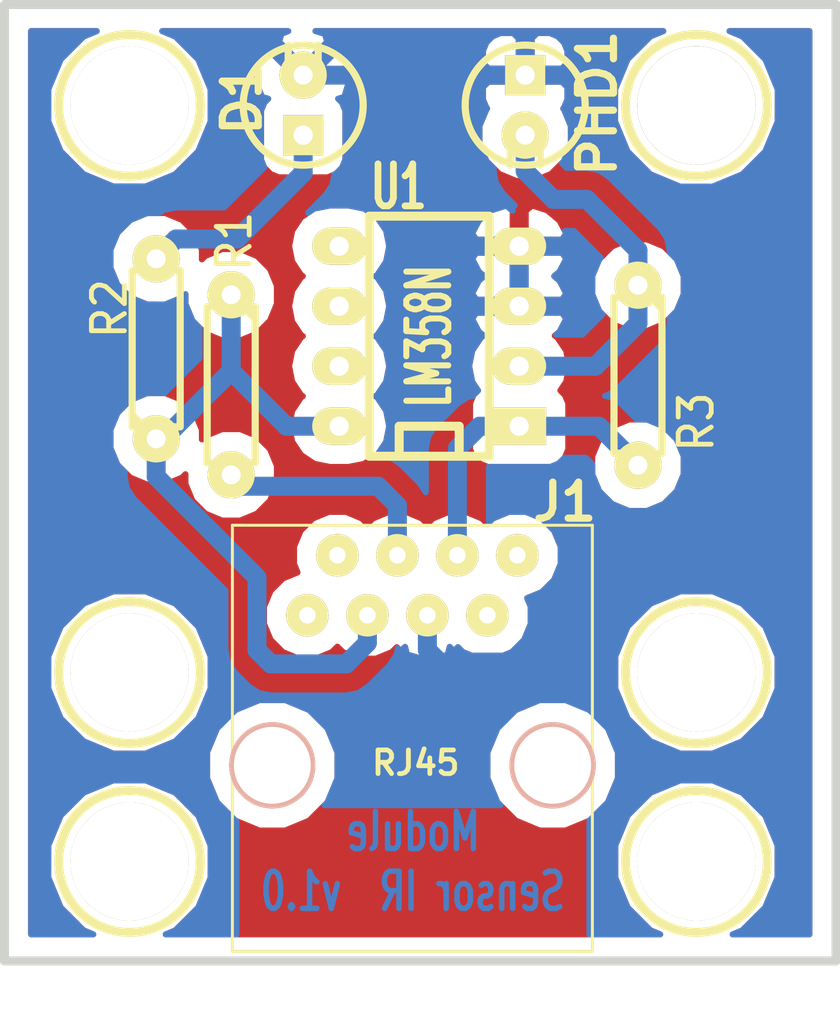
<source format=kicad_pcb>
(kicad_pcb (version 3) (host pcbnew "(2012-nov-02)-testing")

  (general
    (links 13)
    (no_connects 0)
    (area 115.917979 79.002467 151.500841 130.79222)
    (thickness 1.6002)
    (drawings 5)
    (tracks 52)
    (zones 0)
    (modules 13)
    (nets 7)
  )

  (page A4)
  (layers
    (15 Component signal)
    (0 Copper signal)
    (16 B.Adhes user)
    (17 F.Adhes user)
    (18 B.Paste user)
    (19 F.Paste user)
    (20 B.SilkS user)
    (21 F.SilkS user)
    (22 B.Mask user)
    (23 F.Mask user)
    (24 Dwgs.User user)
    (25 Cmts.User user)
    (26 Eco1.User user)
    (27 Eco2.User user)
    (28 Edge.Cuts user)
  )

  (setup
    (last_trace_width 0.80264)
    (trace_clearance 0.254)
    (zone_clearance 0.381)
    (zone_45_only no)
    (trace_min 0.254)
    (segment_width 0.381)
    (edge_width 0.381)
    (via_size 0.889)
    (via_drill 0.635)
    (via_min_size 0.889)
    (via_min_drill 0.508)
    (uvia_size 0.508)
    (uvia_drill 0.127)
    (uvias_allowed no)
    (uvia_min_size 0.508)
    (uvia_min_drill 0.127)
    (pcb_text_width 0.3048)
    (pcb_text_size 1.524 2.032)
    (mod_edge_width 0.381)
    (mod_text_size 1.524 1.524)
    (mod_text_width 0.3048)
    (pad_size 1.7 1.7)
    (pad_drill 0.812799)
    (pad_to_mask_clearance 0.2)
    (aux_axis_origin 0 0)
    (visible_elements 7FFFFFFF)
    (pcbplotparams
      (layerselection 3178497)
      (usegerberextensions true)
      (excludeedgelayer true)
      (linewidth 100000)
      (plotframeref false)
      (viasonmask false)
      (mode 1)
      (useauxorigin false)
      (hpglpennumber 1)
      (hpglpenspeed 20)
      (hpglpendiameter 15)
      (hpglpenoverlay 2)
      (psnegative false)
      (psa4output false)
      (plotreference true)
      (plotvalue true)
      (plotothertext true)
      (plotinvisibletext false)
      (padsonsilk false)
      (subtractmaskfromsilk false)
      (outputformat 1)
      (mirror false)
      (drillshape 1)
      (scaleselection 1)
      (outputdirectory ""))
  )

  (net 0 "")
  (net 1 AN)
  (net 2 GND)
  (net 3 LED)
  (net 4 PHD)
  (net 5 Vcc)
  (net 6 idAN)

  (net_class Default "This is the default net class."
    (clearance 0.254)
    (trace_width 0.80264)
    (via_dia 0.889)
    (via_drill 0.635)
    (uvia_dia 0.508)
    (uvia_drill 0.127)
    (add_net "")
    (add_net AN)
    (add_net GND)
    (add_net LED)
    (add_net PHD)
    (add_net Vcc)
    (add_net idAN)
  )

  (module LEDV   placed (layer Component) (tedit 51F84D98) (tstamp 4C40A0C4)
    (at 128.7526 91.2622 90)
    (descr "Led verticale diam 6mm")
    (tags "LED DEV")
    (path /51F06AA4)
    (fp_text reference D1 (at 0.254 -2.5908 90) (layer F.SilkS)
      (effects (font (size 1.524 1.524) (thickness 0.3048)))
    )
    (fp_text value "" (at -2.286 -3.302 90) (layer F.SilkS) hide
      (effects (font (size 1.524 1.524) (thickness 0.3048)))
    )
    (fp_circle (center 0 0) (end -2.54 0) (layer F.SilkS) (width 0.3048))
    (fp_line (start 2.54 -0.635) (end 1.905 -0.635) (layer F.SilkS) (width 0.3048))
    (fp_line (start 1.905 -0.635) (end 1.905 0.635) (layer F.SilkS) (width 0.3048))
    (fp_line (start 1.905 0.635) (end 2.54 0.635) (layer F.SilkS) (width 0.3048))
    (pad 1 thru_hole rect (at -1.27 0 90) (size 1.7 1.7) (drill 0.812799)
      (layers *.Cu *.Mask F.SilkS)
      (net 3 LED)
    )
    (pad 2 thru_hole circle (at 1.27 0 90) (size 2 2) (drill 0.8)
      (layers *.Cu *.Mask F.SilkS)
      (net 2 GND)
    )
    (model discret/led5_vertical.wrl
      (at (xyz 0 0 0))
      (scale (xyz 1 1 1))
      (rotate (xyz 0 0 0))
    )
  )

  (module R3   placed (layer Component) (tedit 51F84C26) (tstamp 4C40A04E)
    (at 142.9258 102.6922 270)
    (descr "Resitance 3 pas")
    (tags R)
    (path /51F068E8)
    (autoplace_cost180 10)
    (fp_text reference R3 (at 1.9812 -2.4638 270) (layer F.SilkS)
      (effects (font (size 1.397 1.27) (thickness 0.2032)))
    )
    (fp_text value 1M (at 0 0 270) (layer F.SilkS) hide
      (effects (font (size 1.397 1.27) (thickness 0.2032)))
    )
    (fp_line (start -3.81 0) (end -3.302 0) (layer F.SilkS) (width 0.3048))
    (fp_line (start 3.81 0) (end 3.302 0) (layer F.SilkS) (width 0.3048))
    (fp_line (start 3.302 0) (end 3.302 -1.016) (layer F.SilkS) (width 0.3048))
    (fp_line (start 3.302 -1.016) (end -3.302 -1.016) (layer F.SilkS) (width 0.3048))
    (fp_line (start -3.302 -1.016) (end -3.302 1.016) (layer F.SilkS) (width 0.3048))
    (fp_line (start -3.302 1.016) (end 3.302 1.016) (layer F.SilkS) (width 0.3048))
    (fp_line (start 3.302 1.016) (end 3.302 0) (layer F.SilkS) (width 0.3048))
    (fp_line (start -3.302 -0.508) (end -2.794 -1.016) (layer F.SilkS) (width 0.3048))
    (pad 1 thru_hole circle (at -3.81 0 270) (size 2 2) (drill 0.8)
      (layers *.Cu *.Mask F.SilkS)
      (net 4 PHD)
    )
    (pad 2 thru_hole circle (at 3.81 0 270) (size 2 2) (drill 0.8)
      (layers *.Cu *.Mask F.SilkS)
      (net 1 AN)
    )
    (model discret/resistor.wrl
      (at (xyz 0 0 0))
      (scale (xyz 0.3 0.3 0.3))
      (rotate (xyz 0 0 0))
    )
  )

  (module R3   placed (layer Component) (tedit 51F84C12) (tstamp 4C40A041)
    (at 122.5296 101.5746 90)
    (descr "Resitance 3 pas")
    (tags R)
    (path /51F06B8D)
    (autoplace_cost180 10)
    (fp_text reference R2 (at 1.7018 -1.9812 90) (layer F.SilkS)
      (effects (font (size 1.397 1.27) (thickness 0.2032)))
    )
    (fp_text value 390R (at 0 0 90) (layer F.SilkS) hide
      (effects (font (size 1.397 1.27) (thickness 0.2032)))
    )
    (fp_line (start -3.81 0) (end -3.302 0) (layer F.SilkS) (width 0.3048))
    (fp_line (start 3.81 0) (end 3.302 0) (layer F.SilkS) (width 0.3048))
    (fp_line (start 3.302 0) (end 3.302 -1.016) (layer F.SilkS) (width 0.3048))
    (fp_line (start 3.302 -1.016) (end -3.302 -1.016) (layer F.SilkS) (width 0.3048))
    (fp_line (start -3.302 -1.016) (end -3.302 1.016) (layer F.SilkS) (width 0.3048))
    (fp_line (start -3.302 1.016) (end 3.302 1.016) (layer F.SilkS) (width 0.3048))
    (fp_line (start 3.302 1.016) (end 3.302 0) (layer F.SilkS) (width 0.3048))
    (fp_line (start -3.302 -0.508) (end -2.794 -1.016) (layer F.SilkS) (width 0.3048))
    (pad 1 thru_hole circle (at -3.81 0 90) (size 2 2) (drill 0.8)
      (layers *.Cu *.Mask F.SilkS)
      (net 5 Vcc)
    )
    (pad 2 thru_hole circle (at 3.81 0 90) (size 2 2) (drill 0.8)
      (layers *.Cu *.Mask F.SilkS)
      (net 3 LED)
    )
    (model discret/resistor.wrl
      (at (xyz 0 0 0))
      (scale (xyz 0.3 0.3 0.3))
      (rotate (xyz 0 0 0))
    )
  )

  (module R3   placed (layer Component) (tedit 51F84C0E) (tstamp 4C40A09A)
    (at 125.7046 103.0986 270)
    (descr "Resitance 3 pas")
    (tags R)
    (path /51F070DD)
    (autoplace_cost180 10)
    (fp_text reference R1 (at -6.0706 -0.127 270) (layer F.SilkS)
      (effects (font (size 1.397 1.27) (thickness 0.2032)))
    )
    (fp_text value 4K7 (at 0 0 270) (layer F.SilkS) hide
      (effects (font (size 1.397 1.27) (thickness 0.2032)))
    )
    (fp_line (start -3.81 0) (end -3.302 0) (layer F.SilkS) (width 0.3048))
    (fp_line (start 3.81 0) (end 3.302 0) (layer F.SilkS) (width 0.3048))
    (fp_line (start 3.302 0) (end 3.302 -1.016) (layer F.SilkS) (width 0.3048))
    (fp_line (start 3.302 -1.016) (end -3.302 -1.016) (layer F.SilkS) (width 0.3048))
    (fp_line (start -3.302 -1.016) (end -3.302 1.016) (layer F.SilkS) (width 0.3048))
    (fp_line (start -3.302 1.016) (end 3.302 1.016) (layer F.SilkS) (width 0.3048))
    (fp_line (start 3.302 1.016) (end 3.302 0) (layer F.SilkS) (width 0.3048))
    (fp_line (start -3.302 -0.508) (end -2.794 -1.016) (layer F.SilkS) (width 0.3048))
    (pad 1 thru_hole circle (at -3.81 0 270) (size 2 2) (drill 0.8)
      (layers *.Cu *.Mask F.SilkS)
      (net 5 Vcc)
    )
    (pad 2 thru_hole circle (at 3.81 0 270) (size 2 2) (drill 0.8)
      (layers *.Cu *.Mask F.SilkS)
      (net 6 idAN)
    )
    (model discret/resistor.wrl
      (at (xyz 0 0 0))
      (scale (xyz 0.3 0.3 0.3))
      (rotate (xyz 0 0 0))
    )
  )

  (module RJ45_8 (layer Component) (tedit 51F84CD2) (tstamp 51F83CC9)
    (at 133.3754 119.2022)
    (tags RJ45)
    (path /51F06D93)
    (fp_text reference J1 (at 6.4516 -11.1506) (layer F.SilkS)
      (effects (font (size 1.524 1.524) (thickness 0.3048)))
    )
    (fp_text value RJ45 (at 0.14224 -0.1016) (layer F.SilkS)
      (effects (font (size 1.00076 1.00076) (thickness 0.2032)))
    )
    (fp_line (start -7.62 7.874) (end 7.62 7.874) (layer F.SilkS) (width 0.127))
    (fp_line (start 7.62 7.874) (end 7.62 -10.16) (layer F.SilkS) (width 0.127))
    (fp_line (start 7.62 -10.16) (end -7.62 -10.16) (layer F.SilkS) (width 0.127))
    (fp_line (start -7.62 -10.16) (end -7.62 7.874) (layer F.SilkS) (width 0.127))
    (pad Hole np_thru_hole circle (at 5.93852 0) (size 3.64998 3.64998) (drill 3.251199)
      (layers *.Cu *.SilkS *.Mask)
    )
    (pad Hole np_thru_hole circle (at -5.9309 0) (size 3.64998 3.64998) (drill 3.251199)
      (layers *.Cu *.SilkS *.Mask)
    )
    (pad 1 thru_hole circle (at -4.445 -6.35) (size 1.8 1.8) (drill 0.7)
      (layers *.Cu *.Mask F.SilkS)
    )
    (pad 2 thru_hole circle (at -3.175 -8.89) (size 1.8 1.8) (drill 0.7)
      (layers *.Cu *.Mask F.SilkS)
    )
    (pad 3 thru_hole circle (at -1.905 -6.35) (size 1.8 1.8) (drill 0.7)
      (layers *.Cu *.Mask F.SilkS)
      (net 5 Vcc)
    )
    (pad 4 thru_hole circle (at -0.635 -8.89) (size 1.8 1.8) (drill 0.7)
      (layers *.Cu *.Mask F.SilkS)
      (net 6 idAN)
    )
    (pad 5 thru_hole circle (at 0.635 -6.35) (size 1.8 1.8) (drill 0.7)
      (layers *.Cu *.Mask F.SilkS)
      (net 2 GND)
    )
    (pad 6 thru_hole circle (at 1.905 -8.89) (size 1.8 1.8) (drill 0.7)
      (layers *.Cu *.Mask F.SilkS)
      (net 1 AN)
    )
    (pad 7 thru_hole circle (at 3.175 -6.35) (size 1.8 1.8) (drill 0.7)
      (layers *.Cu *.Mask F.SilkS)
    )
    (pad 8 thru_hole circle (at 4.445 -8.89) (size 1.8 1.8) (drill 0.7)
      (layers *.Cu *.Mask F.SilkS)
    )
    (model connectors/RJ45_8.wrl
      (at (xyz 0 0 0))
      (scale (xyz 0.4 0.4 0.4))
      (rotate (xyz 0 0 0))
    )
  )

  (module DIP-8__300_ELL (layer Component) (tedit 51F844B0) (tstamp 4C409FFB)
    (at 134.0866 101.0412 90)
    (descr "8 pins DIL package, elliptical pads")
    (tags DIL)
    (path /51F068BE)
    (fp_text reference U1 (at 6.3246 -1.2954 180) (layer F.SilkS)
      (effects (font (size 1.778 1.143) (thickness 0.3048)))
    )
    (fp_text value LM358N (at 0 0 90) (layer F.SilkS)
      (effects (font (size 1.778 1.016) (thickness 0.3048)))
    )
    (fp_line (start -5.08 -1.27) (end -3.81 -1.27) (layer F.SilkS) (width 0.381))
    (fp_line (start -3.81 -1.27) (end -3.81 1.27) (layer F.SilkS) (width 0.381))
    (fp_line (start -3.81 1.27) (end -5.08 1.27) (layer F.SilkS) (width 0.381))
    (fp_line (start -5.08 -2.54) (end 5.08 -2.54) (layer F.SilkS) (width 0.381))
    (fp_line (start 5.08 -2.54) (end 5.08 2.54) (layer F.SilkS) (width 0.381))
    (fp_line (start 5.08 2.54) (end -5.08 2.54) (layer F.SilkS) (width 0.381))
    (fp_line (start -5.08 2.54) (end -5.08 -2.54) (layer F.SilkS) (width 0.381))
    (pad 1 thru_hole rect (at -3.81 3.81 90) (size 1.5748 2.286) (drill 0.812799)
      (layers *.Cu *.Mask F.SilkS)
      (net 1 AN)
    )
    (pad 2 thru_hole oval (at -1.27 3.81 90) (size 1.5748 2.286) (drill 0.812799)
      (layers *.Cu *.Mask F.SilkS)
      (net 4 PHD)
    )
    (pad 3 thru_hole oval (at 1.27 3.81 90) (size 1.5748 2.286) (drill 0.812799)
      (layers *.Cu *.Mask F.SilkS)
      (net 2 GND)
    )
    (pad 4 thru_hole oval (at 3.81 3.81 90) (size 1.5748 2.286) (drill 0.812799)
      (layers *.Cu *.Mask F.SilkS)
      (net 2 GND)
    )
    (pad 5 thru_hole oval (at 3.81 -3.81 90) (size 1.5748 2.286) (drill 0.812799)
      (layers *.Cu *.Mask F.SilkS)
    )
    (pad 6 thru_hole oval (at 1.27 -3.81 90) (size 1.5748 2.286) (drill 0.812799)
      (layers *.Cu *.Mask F.SilkS)
    )
    (pad 7 thru_hole oval (at -1.27 -3.81 90) (size 1.5748 2.286) (drill 0.812799)
      (layers *.Cu *.Mask F.SilkS)
    )
    (pad 8 thru_hole oval (at -3.81 -3.81 90) (size 1.5748 2.286) (drill 0.812799)
      (layers *.Cu *.Mask F.SilkS)
      (net 5 Vcc)
    )
    (model dil/dil_8.wrl
      (at (xyz 0 0 0))
      (scale (xyz 1 1 1))
      (rotate (xyz 0 0 0))
    )
  )

  (module Lego_Holder (layer Component) (tedit 51F848C3) (tstamp 4FAC3CCD)
    (at 121.3993 91.27236)
    (path Lego_Holder)
    (fp_text reference "" (at 0 0) (layer F.SilkS)
      (effects (font (size 0.52324 0.52324) (thickness 0.13081)))
    )
    (fp_text value "" (at 0 6.35) (layer F.SilkS)
      (effects (font (size 1.524 1.524) (thickness 0.3048)))
    )
    (fp_circle (center 0 0) (end 2.99974 0) (layer F.SilkS) (width 0.381))
    (pad "" thru_hole circle (at 0 0) (size 5.00126 5.00126) (drill 5.00126)
      (layers *.Cu *.Mask F.SilkS)
    )
  )

  (module Lego_Holder (layer Component) (tedit 51F8488C) (tstamp 4FAC3CC3)
    (at 145.39976 91.27236)
    (path Lego_Holder)
    (fp_text reference "" (at 0 0) (layer F.SilkS)
      (effects (font (size 0.52324 0.52324) (thickness 0.13081)))
    )
    (fp_text value "" (at 0 6.35) (layer F.SilkS)
      (effects (font (size 1.524 1.524) (thickness 0.3048)))
    )
    (fp_circle (center 0 0) (end 2.99974 0) (layer F.SilkS) (width 0.381))
    (pad "" thru_hole circle (at 0 0) (size 5.0126 5.0126) (drill 5.00126)
      (layers *.Cu *.Mask F.SilkS)
    )
  )

  (module Lego_Holder (layer Component) (tedit 51F848BD) (tstamp 4F9879A2)
    (at 121.3993 115.27282)
    (path Lego_Holder)
    (fp_text reference "" (at 0 0) (layer F.SilkS)
      (effects (font (size 0.52324 0.52324) (thickness 0.13081)))
    )
    (fp_text value "" (at 0 6.35) (layer F.SilkS)
      (effects (font (size 1.524 1.524) (thickness 0.3048)))
    )
    (fp_circle (center 0 0) (end 2.99974 0) (layer F.SilkS) (width 0.381))
    (pad "" thru_hole circle (at 0 0) (size 5.00126 5.00126) (drill 5.00126)
      (layers *.Cu *.Mask F.SilkS)
    )
  )

  (module Lego_Holder (layer Component) (tedit 51F848AC) (tstamp 4F98798C)
    (at 145.39976 115.27282)
    (path Lego_Holder)
    (fp_text reference "" (at 0 0) (layer F.SilkS)
      (effects (font (size 0.52324 0.52324) (thickness 0.13081)))
    )
    (fp_text value "" (at 0 6.35) (layer F.SilkS)
      (effects (font (size 1.524 1.524) (thickness 0.3048)))
    )
    (fp_circle (center 0 0) (end 2.99974 0) (layer F.SilkS) (width 0.381))
    (pad "" thru_hole circle (at 0 0) (size 5.00126 5.00126) (drill 5.00126)
      (layers *.Cu *.Mask F.SilkS)
    )
  )

  (module Lego_Holder (layer Component) (tedit 51F848B8) (tstamp 4F9874F9)
    (at 121.3993 123.27382)
    (path Lego_Holder)
    (fp_text reference "" (at 0 0) (layer F.SilkS)
      (effects (font (size 0.52324 0.52324) (thickness 0.13081)))
    )
    (fp_text value "" (at 0 6.35) (layer F.SilkS)
      (effects (font (size 1.524 1.524) (thickness 0.3048)))
    )
    (fp_circle (center 0 0) (end 2.99974 0) (layer F.SilkS) (width 0.381))
    (pad "" thru_hole circle (at 0 0) (size 5.00126 5.00126) (drill 5.00126)
      (layers *.Cu *.Mask F.SilkS)
    )
  )

  (module Lego_Holder (layer Component) (tedit 51F848A5) (tstamp 4F9874F3)
    (at 145.39976 123.27382)
    (path Lego_Holder)
    (fp_text reference "" (at 0 0) (layer F.SilkS)
      (effects (font (size 0.52324 0.52324) (thickness 0.13081)))
    )
    (fp_text value "" (at 0 6.35) (layer F.SilkS)
      (effects (font (size 1.524 1.524) (thickness 0.3048)))
    )
    (fp_circle (center 0 0) (end 2.99974 0) (layer F.SilkS) (width 0.381))
    (pad "" thru_hole circle (at 0 0) (size 5.00126 5.00126) (drill 5.00126)
      (layers *.Cu *.Mask F.SilkS)
    )
  )

  (module LEDV (layer Component) (tedit 51F84D72) (tstamp 4C40ABFA)
    (at 138.1506 91.2622 270)
    (descr "Led verticale diam 6mm")
    (tags "LED DEV")
    (path /51F069B4)
    (fp_text reference PHD1 (at -0.0762 -3.048 270) (layer F.SilkS)
      (effects (font (size 1.524 1.524) (thickness 0.3048)))
    )
    (fp_text value "" (at 0 -3.81 270) (layer F.SilkS) hide
      (effects (font (size 1.524 1.524) (thickness 0.3048)))
    )
    (fp_circle (center 0 0) (end -2.54 0) (layer F.SilkS) (width 0.3048))
    (fp_line (start 2.54 -0.635) (end 1.905 -0.635) (layer F.SilkS) (width 0.3048))
    (fp_line (start 1.905 -0.635) (end 1.905 0.635) (layer F.SilkS) (width 0.3048))
    (fp_line (start 1.905 0.635) (end 2.54 0.635) (layer F.SilkS) (width 0.3048))
    (pad 1 thru_hole rect (at -1.27 0 270) (size 1.7 1.7) (drill 0.812799)
      (layers *.Cu *.Mask F.SilkS)
      (net 2 GND)
    )
    (pad 2 thru_hole circle (at 1.27 0 270) (size 2 2) (drill 0.8)
      (layers *.Cu *.Mask F.SilkS)
      (net 4 PHD)
    )
    (model discret/led5_vertical.wrl
      (at (xyz 0 0 0))
      (scale (xyz 1 1 1))
      (rotate (xyz 0 0 0))
    )
  )

  (gr_line (start 116.10848 87.00262) (end 116.10848 127.4826) (angle 90) (layer Edge.Cuts) (width 0.381))
  (gr_line (start 151.31034 87.00262) (end 116.10848 87.00262) (angle 90) (layer Edge.Cuts) (width 0.381))
  (gr_line (start 151.31034 127.4826) (end 151.31034 87.00262) (angle 90) (layer Edge.Cuts) (width 0.381))
  (gr_line (start 116.10848 127.4826) (end 151.31034 127.4826) (angle 90) (layer Edge.Cuts) (width 0.381))
  (gr_text "Module\nSensor IR  v1.0" (at 133.39826 123.27382) (layer Copper)
    (effects (font (size 1.57226 1.07442) (thickness 0.23114)) (justify mirror))
  )

  (segment (start 135.2804 110.3122) (end 135.2804 105.791) (width 0.80264) (layer Copper) (net 1))
  (segment (start 136.2202 104.8512) (end 137.8966 104.8512) (width 0.80264) (layer Copper) (net 1) (tstamp 51F8424E))
  (segment (start 135.2804 105.791) (end 136.2202 104.8512) (width 0.80264) (layer Copper) (net 1) (tstamp 51F8424C))
  (segment (start 137.8966 104.8512) (end 141.2748 104.8512) (width 0.80264) (layer Copper) (net 1))
  (segment (start 141.2748 104.8512) (end 142.9258 106.5022) (width 0.80264) (layer Copper) (net 1) (tstamp 51F84206))
  (segment (start 134.0104 112.8522) (end 134.0104 114.3254) (width 0.80264) (layer Copper) (net 2))
  (segment (start 139.827 89.9922) (end 138.1506 89.9922) (width 0.80264) (layer Copper) (net 2) (tstamp 51F84462))
  (segment (start 140.9446 91.1098) (end 139.827 89.9922) (width 0.80264) (layer Copper) (net 2) (tstamp 51F84460))
  (segment (start 140.9446 92.5576) (end 140.9446 91.1098) (width 0.80264) (layer Copper) (net 2) (tstamp 51F8445F))
  (segment (start 145.7706 97.3836) (end 140.9446 92.5576) (width 0.80264) (layer Copper) (net 2) (tstamp 51F84459))
  (segment (start 145.7706 106.934) (end 145.7706 97.3836) (width 0.80264) (layer Copper) (net 2) (tstamp 51F84452))
  (segment (start 141.1732 111.5314) (end 145.7706 106.934) (width 0.80264) (layer Copper) (net 2) (tstamp 51F8444B))
  (segment (start 141.1732 113.6904) (end 141.1732 111.5314) (width 0.80264) (layer Copper) (net 2) (tstamp 51F84447))
  (segment (start 140.0302 114.8334) (end 141.1732 113.6904) (width 0.80264) (layer Copper) (net 2) (tstamp 51F8443C))
  (segment (start 134.5184 114.8334) (end 140.0302 114.8334) (width 0.80264) (layer Copper) (net 2) (tstamp 51F84436))
  (segment (start 134.0104 114.3254) (end 134.5184 114.8334) (width 0.80264) (layer Copper) (net 2) (tstamp 51F8442F))
  (segment (start 128.7526 89.9922) (end 133.1468 89.9922) (width 0.80264) (layer Copper) (net 2))
  (segment (start 133.1468 89.9922) (end 134.6454 91.4908) (width 0.80264) (layer Copper) (net 2) (tstamp 51F843EC))
  (segment (start 137.8966 97.2312) (end 135.8392 97.2312) (width 0.80264) (layer Copper) (net 2))
  (segment (start 135.8392 97.2312) (end 134.6454 96.0374) (width 0.80264) (layer Copper) (net 2) (tstamp 51F843DA))
  (segment (start 134.6454 96.0374) (end 134.6454 91.4908) (width 0.80264) (layer Copper) (net 2) (tstamp 51F843E0))
  (segment (start 136.144 89.9922) (end 138.1506 89.9922) (width 0.80264) (layer Copper) (net 2) (tstamp 51F843E7))
  (segment (start 134.6454 91.4908) (end 136.144 89.9922) (width 0.80264) (layer Copper) (net 2) (tstamp 51F843E5))
  (segment (start 137.8966 99.7712) (end 137.8966 97.2312) (width 0.80264) (layer Copper) (net 2))
  (segment (start 128.7526 92.5322) (end 128.7526 94.1324) (width 0.80264) (layer Copper) (net 3))
  (segment (start 123.3678 96.9264) (end 122.5296 97.7646) (width 0.80264) (layer Copper) (net 3) (tstamp 51F8433C))
  (segment (start 125.9586 96.9264) (end 123.3678 96.9264) (width 0.80264) (layer Copper) (net 3) (tstamp 51F8433A))
  (segment (start 128.7526 94.1324) (end 125.9586 96.9264) (width 0.80264) (layer Copper) (net 3) (tstamp 51F84336))
  (segment (start 138.1506 92.5322) (end 138.1506 94.0562) (width 0.80264) (layer Copper) (net 4))
  (segment (start 142.9258 97.409) (end 142.9258 98.8822) (width 0.80264) (layer Copper) (net 4) (tstamp 51F84406))
  (segment (start 140.7668 95.25) (end 142.9258 97.409) (width 0.80264) (layer Copper) (net 4) (tstamp 51F84403))
  (segment (start 139.3444 95.25) (end 140.7668 95.25) (width 0.80264) (layer Copper) (net 4) (tstamp 51F84401))
  (segment (start 138.1506 94.0562) (end 139.3444 95.25) (width 0.80264) (layer Copper) (net 4) (tstamp 51F843FB))
  (segment (start 137.8966 102.3112) (end 141.1224 102.3112) (width 0.80264) (layer Copper) (net 4))
  (segment (start 142.9258 100.5078) (end 142.9258 98.8822) (width 0.80264) (layer Copper) (net 4) (tstamp 51F84210))
  (segment (start 141.1224 102.3112) (end 142.9258 100.5078) (width 0.80264) (layer Copper) (net 4) (tstamp 51F8420B))
  (segment (start 122.5296 105.3846) (end 122.8344 105.3846) (width 0.80264) (layer Copper) (net 5))
  (segment (start 122.8344 105.3846) (end 125.7046 102.5144) (width 0.80264) (layer Copper) (net 5) (tstamp 51F844D4))
  (segment (start 130.2766 104.8512) (end 128.0414 104.8512) (width 0.80264) (layer Copper) (net 5))
  (segment (start 128.0414 104.8512) (end 125.7046 102.5144) (width 0.80264) (layer Copper) (net 5) (tstamp 51F8431E))
  (segment (start 125.7046 102.5144) (end 125.7046 99.2886) (width 0.80264) (layer Copper) (net 5) (tstamp 51F84322))
  (segment (start 122.5296 105.3846) (end 122.5296 106.9848) (width 0.80264) (layer Copper) (net 5))
  (segment (start 131.4704 114.0206) (end 131.4704 112.8522) (width 0.80264) (layer Copper) (net 5) (tstamp 51F8430C))
  (segment (start 130.5814 114.9096) (end 131.4704 114.0206) (width 0.80264) (layer Copper) (net 5) (tstamp 51F8430B))
  (segment (start 127.381 114.9096) (end 130.5814 114.9096) (width 0.80264) (layer Copper) (net 5) (tstamp 51F84309))
  (segment (start 126.7968 114.3254) (end 127.381 114.9096) (width 0.80264) (layer Copper) (net 5) (tstamp 51F84307))
  (segment (start 126.7968 111.252) (end 126.7968 114.3254) (width 0.80264) (layer Copper) (net 5) (tstamp 51F84300))
  (segment (start 122.5296 106.9848) (end 126.7968 111.252) (width 0.80264) (layer Copper) (net 5) (tstamp 51F842FB))
  (segment (start 132.7404 110.3122) (end 132.7404 108.204) (width 0.80264) (layer Copper) (net 6))
  (segment (start 126.1872 107.3912) (end 125.7046 106.9086) (width 0.80264) (layer Copper) (net 6) (tstamp 51F84265))
  (segment (start 131.9276 107.3912) (end 126.1872 107.3912) (width 0.80264) (layer Copper) (net 6) (tstamp 51F84263))
  (segment (start 132.7404 108.204) (end 131.9276 107.3912) (width 0.80264) (layer Copper) (net 6) (tstamp 51F84260))

  (zone (net 2) (net_name GND) (layer Copper) (tstamp 4FAC3FDC) (hatch edge 0.508)
    (connect_pads (clearance 0.80772))
    (min_thickness 0.254)
    (fill (arc_segments 16) (thermal_gap 0.80772) (thermal_bridge_width 0.80772))
    (polygon
      (pts
        (xy 150.89886 127.27432) (xy 150.89886 87.2744) (xy 116.39804 87.2744) (xy 116.39804 127.27432)
      )
    )
    (filled_polygon
      (pts
        (xy 134.416081 112.866342) (xy 134.024542 113.257881) (xy 134.0104 113.243739) (xy 133.996257 113.257881) (xy 133.604718 112.866342)
        (xy 133.618861 112.8522) (xy 133.604718 112.838057) (xy 133.996257 112.446518) (xy 134.0104 112.460661) (xy 134.024542 112.446518)
        (xy 134.416081 112.838057) (xy 134.401939 112.8522) (xy 134.416081 112.866342)
      )
    )
    (filled_polygon
      (pts
        (xy 150.18512 126.35738) (xy 146.932931 126.35738) (xy 147.343187 126.187866) (xy 148.310409 125.22233) (xy 148.834512 123.960151)
        (xy 148.835705 122.593485) (xy 148.835705 114.592485) (xy 148.313806 113.329393) (xy 147.34827 112.362171) (xy 146.086091 111.838068)
        (xy 144.860855 111.836998) (xy 144.860855 106.119049) (xy 144.566932 105.407701) (xy 144.023162 104.862981) (xy 143.312328 104.567817)
        (xy 142.880485 104.567439) (xy 142.219523 103.906477) (xy 141.786081 103.61686) (xy 141.530605 103.566042) (xy 141.63368 103.54554)
        (xy 141.633681 103.54554) (xy 142.067123 103.255923) (xy 143.870519 101.452525) (xy 143.870522 101.452523) (xy 143.870523 101.452523)
        (xy 144.160139 101.019081) (xy 144.16014 101.01908) (xy 144.24161 100.609501) (xy 144.26184 100.507801) (xy 144.261839 100.5078)
        (xy 144.26184 100.5078) (xy 144.26184 100.282212) (xy 144.565019 99.979562) (xy 144.860183 99.268728) (xy 144.860855 98.499049)
        (xy 144.566932 97.787701) (xy 144.26184 97.482075) (xy 144.26184 97.409) (xy 144.16014 96.89772) (xy 144.16014 96.897719)
        (xy 143.870523 96.464277) (xy 141.711523 94.305277) (xy 141.278081 94.01566) (xy 140.7668 93.91396) (xy 139.897806 93.91396)
        (xy 139.701536 93.71769) (xy 139.789819 93.629562) (xy 140.084983 92.918728) (xy 140.085655 92.149049) (xy 139.791732 91.437701)
        (xy 139.759305 91.405217) (xy 139.793479 91.370985) (xy 139.935482 91.027312) (xy 139.935482 88.957088) (xy 139.793479 88.613415)
        (xy 139.530767 88.350245) (xy 139.187343 88.207642) (xy 138.815488 88.207318) (xy 138.66114 88.20748) (xy 138.42746 88.44116)
        (xy 138.42746 89.71534) (xy 139.70164 89.71534) (xy 139.93532 89.48166) (xy 139.935482 88.957088) (xy 139.935482 91.027312)
        (xy 139.93532 90.50274) (xy 139.70164 90.26906) (xy 138.42746 90.26906) (xy 138.42746 90.28906) (xy 137.87374 90.28906)
        (xy 137.87374 90.26906) (xy 137.87374 89.71534) (xy 137.87374 88.44116) (xy 137.64006 88.20748) (xy 137.485712 88.207318)
        (xy 137.113857 88.207642) (xy 136.770433 88.350245) (xy 136.507721 88.613415) (xy 136.365718 88.957088) (xy 136.36588 89.48166)
        (xy 136.59956 89.71534) (xy 137.87374 89.71534) (xy 137.87374 90.26906) (xy 136.59956 90.26906) (xy 136.36588 90.50274)
        (xy 136.365718 91.027312) (xy 136.507721 91.370985) (xy 136.541474 91.404797) (xy 136.511381 91.434838) (xy 136.216217 92.145672)
        (xy 136.215545 92.915351) (xy 136.509468 93.626699) (xy 136.81456 93.932324) (xy 136.81456 94.0562) (xy 136.91626 94.567481)
        (xy 137.205877 95.000923) (xy 137.714033 95.50908) (xy 137.619738 95.50908) (xy 137.619738 95.736446) (xy 137.348384 95.51173)
        (xy 136.705033 95.716328) (xy 136.188951 96.151551) (xy 135.905518 96.691854) (xy 136.078536 96.95434) (xy 137.61974 96.95434)
        (xy 137.61974 96.93434) (xy 138.17346 96.93434) (xy 138.17346 96.95434) (xy 139.714664 96.95434) (xy 139.887682 96.691854)
        (xy 139.832173 96.58604) (xy 140.213394 96.58604) (xy 141.349441 97.722087) (xy 141.286581 97.784838) (xy 140.991417 98.495672)
        (xy 140.990745 99.265351) (xy 141.284668 99.976699) (xy 141.425938 100.118216) (xy 140.568994 100.97516) (xy 139.456842 100.97516)
        (xy 139.604249 100.850849) (xy 139.887682 100.310546) (xy 139.887682 99.231854) (xy 139.604249 98.691551) (xy 139.378533 98.5012)
        (xy 139.604249 98.310849) (xy 139.887682 97.770546) (xy 139.714664 97.50806) (xy 138.17346 97.50806) (xy 138.17346 98.276448)
        (xy 138.17346 98.725952) (xy 138.17346 99.49434) (xy 139.714664 99.49434) (xy 139.887682 99.231854) (xy 139.887682 100.310546)
        (xy 139.714664 100.04806) (xy 138.17346 100.04806) (xy 138.17346 100.06806) (xy 137.61974 100.06806) (xy 137.61974 100.04806)
        (xy 137.61974 99.49434) (xy 137.61974 98.725952) (xy 137.61974 98.276448) (xy 137.61974 97.50806) (xy 136.078536 97.50806)
        (xy 135.905518 97.770546) (xy 136.188951 98.310849) (xy 136.414666 98.5012) (xy 136.188951 98.691551) (xy 135.905518 99.231854)
        (xy 136.078536 99.49434) (xy 137.61974 99.49434) (xy 137.61974 100.04806) (xy 136.078536 100.04806) (xy 135.905518 100.310546)
        (xy 136.188951 100.850849) (xy 136.390859 101.021122) (xy 136.282573 101.093477) (xy 135.909265 101.652173) (xy 135.778176 102.3112)
        (xy 135.909265 102.970227) (xy 136.156049 103.339566) (xy 135.961645 103.533633) (xy 135.946727 103.569557) (xy 135.70892 103.61686)
        (xy 135.275477 103.906477) (xy 135.275476 103.906477) (xy 135.275476 103.906478) (xy 134.335677 104.846277) (xy 134.04606 105.279719)
        (xy 133.94436 105.791) (xy 133.94436 107.647253) (xy 133.685123 107.259277) (xy 133.685119 107.259274) (xy 132.872323 106.446477)
        (xy 132.438881 106.15686) (xy 131.9276 106.05516) (xy 131.899823 106.05516) (xy 132.263935 105.510227) (xy 132.395024 104.8512)
        (xy 132.263935 104.192173) (xy 131.890627 103.633477) (xy 131.812388 103.5812) (xy 131.890627 103.528923) (xy 132.263935 102.970227)
        (xy 132.395024 102.3112) (xy 132.263935 101.652173) (xy 131.890627 101.093477) (xy 131.812388 101.0412) (xy 131.890627 100.988923)
        (xy 132.263935 100.430227) (xy 132.395024 99.7712) (xy 132.263935 99.112173) (xy 131.890627 98.553477) (xy 131.812388 98.5012)
        (xy 131.890627 98.448923) (xy 132.263935 97.890227) (xy 132.395024 97.2312) (xy 132.263935 96.572173) (xy 131.890627 96.013477)
        (xy 131.331931 95.640169) (xy 130.672904 95.50908) (xy 129.880296 95.50908) (xy 129.221269 95.640169) (xy 128.959102 95.815342)
        (xy 129.697319 95.077125) (xy 129.697322 95.077123) (xy 129.697323 95.077123) (xy 129.986939 94.643681) (xy 129.98694 94.64368)
        (xy 130.075562 94.198144) (xy 130.131385 94.175079) (xy 130.394555 93.912367) (xy 130.537158 93.568943) (xy 130.537482 93.197088)
        (xy 130.537482 91.497088) (xy 130.395479 91.153415) (xy 130.23279 90.990442) (xy 130.495423 90.916217) (xy 130.716364 90.178931)
        (xy 130.638341 89.413217) (xy 130.495423 89.068183) (xy 130.162303 88.974036) (xy 129.144139 89.9922) (xy 129.158281 90.006342)
        (xy 128.766742 90.397881) (xy 128.7526 90.383739) (xy 128.738457 90.397881) (xy 128.346918 90.006342) (xy 128.361061 89.9922)
        (xy 127.342897 88.974036) (xy 127.009777 89.068183) (xy 126.788836 89.805469) (xy 126.866859 90.571183) (xy 127.009777 90.916217)
        (xy 127.272493 90.990466) (xy 127.110645 91.152033) (xy 126.968042 91.495457) (xy 126.967718 91.867312) (xy 126.967718 93.567312)
        (xy 127.102367 93.893187) (xy 125.405194 95.59036) (xy 123.3678 95.59036) (xy 123.367799 95.59036) (xy 123.266099 95.610589)
        (xy 122.85652 95.69206) (xy 122.650101 95.829984) (xy 122.6501 95.829984) (xy 122.146449 95.829545) (xy 121.435101 96.123468)
        (xy 120.890381 96.667238) (xy 120.595217 97.378072) (xy 120.594545 98.147751) (xy 120.888468 98.859099) (xy 121.432238 99.403819)
        (xy 122.143072 99.698983) (xy 122.912751 99.699655) (xy 123.624099 99.405732) (xy 123.769904 99.26018) (xy 123.769545 99.671751)
        (xy 124.063468 100.383099) (xy 124.36856 100.688724) (xy 124.36856 101.960994) (xy 122.879369 103.450184) (xy 122.146449 103.449545)
        (xy 121.435101 103.743468) (xy 120.890381 104.287238) (xy 120.595217 104.998072) (xy 120.594545 105.767751) (xy 120.888468 106.479099)
        (xy 121.19356 106.784724) (xy 121.19356 106.9848) (xy 121.29526 107.496081) (xy 121.584877 107.929523) (xy 125.46076 111.805406)
        (xy 125.46076 114.3254) (xy 125.56246 114.836681) (xy 125.852077 115.270123) (xy 126.436277 115.854323) (xy 126.869719 116.143939)
        (xy 126.86972 116.14394) (xy 127.381 116.24564) (xy 130.5814 116.24564) (xy 131.09268 116.14394) (xy 131.092681 116.14394)
        (xy 131.526123 115.854323) (xy 132.415122 114.965324) (xy 132.415122 114.965323) (xy 132.415123 114.965323) (xy 132.704739 114.531881)
        (xy 132.70474 114.53188) (xy 132.761703 114.245503) (xy 132.885171 114.368971) (xy 133.065323 114.188818) (xy 133.146946 114.511666)
        (xy 133.847722 114.715776) (xy 134.573265 114.636174) (xy 134.873854 114.511666) (xy 134.955476 114.188818) (xy 134.955477 114.188819)
        (xy 135.135629 114.368971) (xy 135.304012 114.200587) (xy 135.509758 114.406693) (xy 136.183851 114.686601) (xy 136.913747 114.687237)
        (xy 137.588327 114.408507) (xy 138.104893 113.892842) (xy 138.384801 113.218749) (xy 138.385437 112.488853) (xy 138.235456 112.125871)
        (xy 138.858327 111.868507) (xy 139.374893 111.352842) (xy 139.654801 110.678749) (xy 139.655437 109.948853) (xy 139.376707 109.274273)
        (xy 138.861042 108.757707) (xy 138.186949 108.477799) (xy 137.457053 108.477163) (xy 136.782473 108.755893) (xy 136.61644 108.921636)
        (xy 136.61644 106.573201) (xy 136.938712 106.573482) (xy 139.224712 106.573482) (xy 139.568385 106.431479) (xy 139.813049 106.18724)
        (xy 140.721394 106.18724) (xy 140.991119 106.456965) (xy 140.990745 106.885351) (xy 141.284668 107.596699) (xy 141.828438 108.141419)
        (xy 142.539272 108.436583) (xy 143.308951 108.437255) (xy 144.020299 108.143332) (xy 144.565019 107.599562) (xy 144.860183 106.888728)
        (xy 144.860855 106.119049) (xy 144.860855 111.836998) (xy 144.719425 111.836875) (xy 143.456333 112.358774) (xy 142.489111 113.32431)
        (xy 141.965008 114.586489) (xy 141.963815 115.953155) (xy 142.485714 117.216247) (xy 143.45125 118.183469) (xy 144.713429 118.707572)
        (xy 146.080095 118.708765) (xy 147.343187 118.186866) (xy 148.310409 117.22133) (xy 148.834512 115.959151) (xy 148.835705 114.592485)
        (xy 148.835705 122.593485) (xy 148.313806 121.330393) (xy 147.34827 120.363171) (xy 146.086091 119.839068) (xy 144.719425 119.837875)
        (xy 143.456333 120.359774) (xy 142.489111 121.32531) (xy 141.965008 122.587489) (xy 141.963815 123.954155) (xy 142.485714 125.217247)
        (xy 143.45125 126.184469) (xy 143.867665 126.35738) (xy 140.869489 126.35738) (xy 140.869489 121.545461) (xy 140.875127 121.543132)
        (xy 141.652123 120.767491) (xy 142.073149 119.753548) (xy 142.074107 118.655668) (xy 141.654852 117.640993) (xy 140.879211 116.863997)
        (xy 139.865268 116.442971) (xy 138.767388 116.442013) (xy 137.752713 116.861268) (xy 136.975717 117.636909) (xy 136.554691 118.650852)
        (xy 136.553733 119.748732) (xy 136.972988 120.763407) (xy 137.101165 120.891808) (xy 134.955477 120.891808) (xy 129.658168 120.891808)
        (xy 129.782703 120.767491) (xy 130.203729 119.753548) (xy 130.204687 118.655668) (xy 129.785432 117.640993) (xy 129.009791 116.863997)
        (xy 127.995848 116.442971) (xy 126.897968 116.442013) (xy 125.883293 116.861268) (xy 125.106297 117.636909) (xy 124.835245 118.289674)
        (xy 124.835245 114.592485) (xy 124.313346 113.329393) (xy 123.34781 112.362171) (xy 122.085631 111.838068) (xy 120.718965 111.836875)
        (xy 119.455873 112.358774) (xy 118.488651 113.32431) (xy 117.964548 114.586489) (xy 117.963355 115.953155) (xy 118.485254 117.216247)
        (xy 119.45079 118.183469) (xy 120.712969 118.707572) (xy 122.079635 118.708765) (xy 123.342727 118.186866) (xy 124.309949 117.22133)
        (xy 124.834052 115.959151) (xy 124.835245 114.592485) (xy 124.835245 118.289674) (xy 124.685271 118.650852) (xy 124.684313 119.748732)
        (xy 125.103568 120.763407) (xy 125.879209 121.540403) (xy 125.927031 121.56026) (xy 125.927031 126.35738) (xy 122.932471 126.35738)
        (xy 123.342727 126.187866) (xy 124.309949 125.22233) (xy 124.834052 123.960151) (xy 124.835245 122.593485) (xy 124.313346 121.330393)
        (xy 123.34781 120.363171) (xy 122.085631 119.839068) (xy 120.718965 119.837875) (xy 119.455873 120.359774) (xy 118.488651 121.32531)
        (xy 117.964548 122.587489) (xy 117.963355 123.954155) (xy 118.485254 125.217247) (xy 119.45079 126.184469) (xy 119.867205 126.35738)
        (xy 117.2337 126.35738) (xy 117.2337 88.12784) (xy 120.013662 88.12784) (xy 119.455873 88.358314) (xy 118.488651 89.32385)
        (xy 117.964548 90.586029) (xy 117.963355 91.952695) (xy 118.485254 93.215787) (xy 119.45079 94.183009) (xy 120.712969 94.707112)
        (xy 122.079635 94.708305) (xy 123.342727 94.186406) (xy 124.309949 93.22087) (xy 124.834052 91.958691) (xy 124.835245 90.592025)
        (xy 124.313346 89.328933) (xy 123.34781 88.361711) (xy 122.784586 88.12784) (xy 128.121998 88.12784) (xy 127.828583 88.249377)
        (xy 127.734436 88.582497) (xy 128.7526 89.600661) (xy 129.770764 88.582497) (xy 129.676617 88.249377) (xy 129.271044 88.12784)
        (xy 143.999277 88.12784) (xy 143.453126 88.353505) (xy 142.484307 89.320634) (xy 141.959339 90.584896) (xy 141.958145 91.953818)
        (xy 142.480905 93.218994) (xy 143.448034 94.187813) (xy 144.712296 94.712781) (xy 146.081218 94.713975) (xy 147.346394 94.191215)
        (xy 148.315213 93.224086) (xy 148.840181 91.959824) (xy 148.841375 90.590902) (xy 148.318615 89.325726) (xy 147.351486 88.356907)
        (xy 146.799831 88.12784) (xy 150.18512 88.12784) (xy 150.18512 126.35738)
      )
    )
  )
  (zone (net 2) (net_name GND) (layer Component) (tstamp 5183B121) (hatch edge 0.508)
    (connect_pads (clearance 0.80772))
    (min_thickness 0.254)
    (fill (arc_segments 16) (thermal_gap 0.80772) (thermal_bridge_width 0.80772))
    (polygon
      (pts
        (xy 151.0284 127.40132) (xy 151.0284 87.25154) (xy 116.32946 87.25154) (xy 116.32946 127.40132)
      )
    )
    (filled_polygon
      (pts
        (xy 134.416081 112.866342) (xy 134.024542 113.257881) (xy 134.0104 113.243739) (xy 133.996257 113.257881) (xy 133.604718 112.866342)
        (xy 133.618861 112.8522) (xy 133.604718 112.838057) (xy 133.996257 112.446518) (xy 134.0104 112.460661) (xy 134.024542 112.446518)
        (xy 134.416081 112.838057) (xy 134.401939 112.8522) (xy 134.416081 112.866342)
      )
    )
    (filled_polygon
      (pts
        (xy 150.18512 126.35738) (xy 146.932931 126.35738) (xy 147.343187 126.187866) (xy 148.310409 125.22233) (xy 148.834512 123.960151)
        (xy 148.835705 122.593485) (xy 148.835705 114.592485) (xy 148.313806 113.329393) (xy 147.34827 112.362171) (xy 146.086091 111.838068)
        (xy 144.860855 111.836998) (xy 144.860855 106.119049) (xy 144.860855 98.499049) (xy 144.566932 97.787701) (xy 144.023162 97.242981)
        (xy 143.312328 96.947817) (xy 142.542649 96.947145) (xy 141.831301 97.241068) (xy 141.286581 97.784838) (xy 140.991417 98.495672)
        (xy 140.990745 99.265351) (xy 141.284668 99.976699) (xy 141.828438 100.521419) (xy 142.539272 100.816583) (xy 143.308951 100.817255)
        (xy 144.020299 100.523332) (xy 144.565019 99.979562) (xy 144.860183 99.268728) (xy 144.860855 98.499049) (xy 144.860855 106.119049)
        (xy 144.566932 105.407701) (xy 144.023162 104.862981) (xy 143.312328 104.567817) (xy 142.542649 104.567145) (xy 141.831301 104.861068)
        (xy 141.286581 105.404838) (xy 140.991417 106.115672) (xy 140.990745 106.885351) (xy 141.284668 107.596699) (xy 141.828438 108.141419)
        (xy 142.539272 108.436583) (xy 143.308951 108.437255) (xy 144.020299 108.143332) (xy 144.565019 107.599562) (xy 144.860183 106.888728)
        (xy 144.860855 106.119049) (xy 144.860855 111.836998) (xy 144.719425 111.836875) (xy 143.456333 112.358774) (xy 142.489111 113.32431)
        (xy 141.965008 114.586489) (xy 141.963815 115.953155) (xy 142.485714 117.216247) (xy 143.45125 118.183469) (xy 144.713429 118.707572)
        (xy 146.080095 118.708765) (xy 147.343187 118.186866) (xy 148.310409 117.22133) (xy 148.834512 115.959151) (xy 148.835705 114.592485)
        (xy 148.835705 122.593485) (xy 148.313806 121.330393) (xy 147.34827 120.363171) (xy 146.086091 119.839068) (xy 144.719425 119.837875)
        (xy 143.456333 120.359774) (xy 142.489111 121.32531) (xy 142.074107 122.324749) (xy 142.074107 118.655668) (xy 141.654852 117.640993)
        (xy 140.879211 116.863997) (xy 140.085655 116.534483) (xy 140.085655 92.149049) (xy 139.791732 91.437701) (xy 139.759305 91.405217)
        (xy 139.793479 91.370985) (xy 139.935482 91.027312) (xy 139.935482 88.957088) (xy 139.793479 88.613415) (xy 139.530767 88.350245)
        (xy 139.187343 88.207642) (xy 138.815488 88.207318) (xy 138.66114 88.20748) (xy 138.42746 88.44116) (xy 138.42746 89.71534)
        (xy 139.70164 89.71534) (xy 139.93532 89.48166) (xy 139.935482 88.957088) (xy 139.935482 91.027312) (xy 139.93532 90.50274)
        (xy 139.70164 90.26906) (xy 138.42746 90.26906) (xy 138.42746 90.28906) (xy 137.87374 90.28906) (xy 137.87374 90.26906)
        (xy 137.87374 89.71534) (xy 137.87374 88.44116) (xy 137.64006 88.20748) (xy 137.485712 88.207318) (xy 137.113857 88.207642)
        (xy 136.770433 88.350245) (xy 136.507721 88.613415) (xy 136.365718 88.957088) (xy 136.36588 89.48166) (xy 136.59956 89.71534)
        (xy 137.87374 89.71534) (xy 137.87374 90.26906) (xy 136.59956 90.26906) (xy 136.36588 90.50274) (xy 136.365718 91.027312)
        (xy 136.507721 91.370985) (xy 136.541474 91.404797) (xy 136.511381 91.434838) (xy 136.216217 92.145672) (xy 136.215545 92.915351)
        (xy 136.509468 93.626699) (xy 137.053238 94.171419) (xy 137.764072 94.466583) (xy 138.533751 94.467255) (xy 139.245099 94.173332)
        (xy 139.789819 93.629562) (xy 140.084983 92.918728) (xy 140.085655 92.149049) (xy 140.085655 116.534483) (xy 140.015024 116.505155)
        (xy 140.015024 102.3112) (xy 139.883935 101.652173) (xy 139.510627 101.093477) (xy 139.40234 101.021122) (xy 139.604249 100.850849)
        (xy 139.887682 100.310546) (xy 139.887682 99.231854) (xy 139.604249 98.691551) (xy 139.378533 98.5012) (xy 139.604249 98.310849)
        (xy 139.887682 97.770546) (xy 139.887682 96.691854) (xy 139.604249 96.151551) (xy 139.088167 95.716328) (xy 138.444816 95.51173)
        (xy 138.17346 95.736448) (xy 138.17346 96.95434) (xy 139.714664 96.95434) (xy 139.887682 96.691854) (xy 139.887682 97.770546)
        (xy 139.714664 97.50806) (xy 138.17346 97.50806) (xy 138.17346 98.276448) (xy 138.17346 98.725952) (xy 138.17346 99.49434)
        (xy 139.714664 99.49434) (xy 139.887682 99.231854) (xy 139.887682 100.310546) (xy 139.714664 100.04806) (xy 138.17346 100.04806)
        (xy 138.17346 100.06806) (xy 137.61974 100.06806) (xy 137.61974 100.04806) (xy 137.61974 99.49434) (xy 137.61974 98.725952)
        (xy 137.61974 98.276448) (xy 137.61974 97.50806) (xy 137.61974 96.95434) (xy 137.61974 95.736448) (xy 137.348384 95.51173)
        (xy 136.705033 95.716328) (xy 136.188951 96.151551) (xy 135.905518 96.691854) (xy 136.078536 96.95434) (xy 137.61974 96.95434)
        (xy 137.61974 97.50806) (xy 136.078536 97.50806) (xy 135.905518 97.770546) (xy 136.188951 98.310849) (xy 136.414666 98.5012)
        (xy 136.188951 98.691551) (xy 135.905518 99.231854) (xy 136.078536 99.49434) (xy 137.61974 99.49434) (xy 137.61974 100.04806)
        (xy 136.078536 100.04806) (xy 135.905518 100.310546) (xy 136.188951 100.850849) (xy 136.390859 101.021122) (xy 136.282573 101.093477)
        (xy 135.909265 101.652173) (xy 135.778176 102.3112) (xy 135.909265 102.970227) (xy 136.156049 103.339566) (xy 135.961645 103.533633)
        (xy 135.819042 103.877057) (xy 135.818718 104.248912) (xy 135.818718 105.823712) (xy 135.960721 106.167385) (xy 136.223433 106.430555)
        (xy 136.566857 106.573158) (xy 136.938712 106.573482) (xy 139.224712 106.573482) (xy 139.568385 106.431479) (xy 139.831555 106.168767)
        (xy 139.974158 105.825343) (xy 139.974482 105.453488) (xy 139.974482 103.878688) (xy 139.832479 103.535015) (xy 139.637238 103.339434)
        (xy 139.883935 102.970227) (xy 140.015024 102.3112) (xy 140.015024 116.505155) (xy 139.865268 116.442971) (xy 139.655437 116.442787)
        (xy 139.655437 109.948853) (xy 139.376707 109.274273) (xy 138.861042 108.757707) (xy 138.186949 108.477799) (xy 137.457053 108.477163)
        (xy 136.782473 108.755893) (xy 136.550447 108.987513) (xy 136.321042 108.757707) (xy 135.646949 108.477799) (xy 134.917053 108.477163)
        (xy 134.242473 108.755893) (xy 134.010447 108.987513) (xy 133.781042 108.757707) (xy 133.106949 108.477799) (xy 132.395024 108.477178)
        (xy 132.395024 104.8512) (xy 132.263935 104.192173) (xy 131.890627 103.633477) (xy 131.812388 103.5812) (xy 131.890627 103.528923)
        (xy 132.263935 102.970227) (xy 132.395024 102.3112) (xy 132.263935 101.652173) (xy 131.890627 101.093477) (xy 131.812388 101.0412)
        (xy 131.890627 100.988923) (xy 132.263935 100.430227) (xy 132.395024 99.7712) (xy 132.263935 99.112173) (xy 131.890627 98.553477)
        (xy 131.812388 98.5012) (xy 131.890627 98.448923) (xy 132.263935 97.890227) (xy 132.395024 97.2312) (xy 132.263935 96.572173)
        (xy 131.890627 96.013477) (xy 131.331931 95.640169) (xy 130.716364 95.517724) (xy 130.716364 90.178931) (xy 130.638341 89.413217)
        (xy 130.495423 89.068183) (xy 130.162303 88.974036) (xy 129.144139 89.9922) (xy 129.158281 90.006342) (xy 128.766742 90.397881)
        (xy 128.7526 90.383739) (xy 128.738457 90.397881) (xy 128.346918 90.006342) (xy 128.361061 89.9922) (xy 127.342897 88.974036)
        (xy 127.009777 89.068183) (xy 126.788836 89.805469) (xy 126.866859 90.571183) (xy 127.009777 90.916217) (xy 127.272493 90.990466)
        (xy 127.110645 91.152033) (xy 126.968042 91.495457) (xy 126.967718 91.867312) (xy 126.967718 93.567312) (xy 127.109721 93.910985)
        (xy 127.372433 94.174155) (xy 127.715857 94.316758) (xy 128.087712 94.317082) (xy 129.787712 94.317082) (xy 130.131385 94.175079)
        (xy 130.394555 93.912367) (xy 130.537158 93.568943) (xy 130.537482 93.197088) (xy 130.537482 91.497088) (xy 130.395479 91.153415)
        (xy 130.23279 90.990442) (xy 130.495423 90.916217) (xy 130.716364 90.178931) (xy 130.716364 95.517724) (xy 130.672904 95.50908)
        (xy 129.880296 95.50908) (xy 129.221269 95.640169) (xy 128.662573 96.013477) (xy 128.289265 96.572173) (xy 128.158176 97.2312)
        (xy 128.289265 97.890227) (xy 128.662573 98.448923) (xy 128.740811 98.5012) (xy 128.662573 98.553477) (xy 128.289265 99.112173)
        (xy 128.158176 99.7712) (xy 128.289265 100.430227) (xy 128.662573 100.988923) (xy 128.740811 101.0412) (xy 128.662573 101.093477)
        (xy 128.289265 101.652173) (xy 128.158176 102.3112) (xy 128.289265 102.970227) (xy 128.662573 103.528923) (xy 128.740811 103.5812)
        (xy 128.662573 103.633477) (xy 128.289265 104.192173) (xy 128.158176 104.8512) (xy 128.289265 105.510227) (xy 128.662573 106.068923)
        (xy 129.221269 106.442231) (xy 129.880296 106.57332) (xy 130.672904 106.57332) (xy 131.331931 106.442231) (xy 131.890627 106.068923)
        (xy 132.263935 105.510227) (xy 132.395024 104.8512) (xy 132.395024 108.477178) (xy 132.377053 108.477163) (xy 131.702473 108.755893)
        (xy 131.470447 108.987513) (xy 131.241042 108.757707) (xy 130.566949 108.477799) (xy 129.837053 108.477163) (xy 129.162473 108.755893)
        (xy 128.645907 109.271558) (xy 128.365999 109.945651) (xy 128.365363 110.675547) (xy 128.515343 111.038528) (xy 127.892473 111.295893)
        (xy 127.639655 111.54827) (xy 127.639655 106.525449) (xy 127.639655 98.905449) (xy 127.345732 98.194101) (xy 126.801962 97.649381)
        (xy 126.091128 97.354217) (xy 125.321449 97.353545) (xy 124.610101 97.647468) (xy 124.464295 97.793019) (xy 124.464655 97.381449)
        (xy 124.170732 96.670101) (xy 123.626962 96.125381) (xy 122.916128 95.830217) (xy 122.146449 95.829545) (xy 121.435101 96.123468)
        (xy 120.890381 96.667238) (xy 120.595217 97.378072) (xy 120.594545 98.147751) (xy 120.888468 98.859099) (xy 121.432238 99.403819)
        (xy 122.143072 99.698983) (xy 122.912751 99.699655) (xy 123.624099 99.405732) (xy 123.769904 99.26018) (xy 123.769545 99.671751)
        (xy 124.063468 100.383099) (xy 124.607238 100.927819) (xy 125.318072 101.222983) (xy 126.087751 101.223655) (xy 126.799099 100.929732)
        (xy 127.343819 100.385962) (xy 127.638983 99.675128) (xy 127.639655 98.905449) (xy 127.639655 106.525449) (xy 127.345732 105.814101)
        (xy 126.801962 105.269381) (xy 126.091128 104.974217) (xy 125.321449 104.973545) (xy 124.610101 105.267468) (xy 124.464295 105.413019)
        (xy 124.464655 105.001449) (xy 124.170732 104.290101) (xy 123.626962 103.745381) (xy 122.916128 103.450217) (xy 122.146449 103.449545)
        (xy 121.435101 103.743468) (xy 120.890381 104.287238) (xy 120.595217 104.998072) (xy 120.594545 105.767751) (xy 120.888468 106.479099)
        (xy 121.432238 107.023819) (xy 122.143072 107.318983) (xy 122.912751 107.319655) (xy 123.624099 107.025732) (xy 123.769904 106.88018)
        (xy 123.769545 107.291751) (xy 124.063468 108.003099) (xy 124.607238 108.547819) (xy 125.318072 108.842983) (xy 126.087751 108.843655)
        (xy 126.799099 108.549732) (xy 127.343819 108.005962) (xy 127.638983 107.295128) (xy 127.639655 106.525449) (xy 127.639655 111.54827)
        (xy 127.375907 111.811558) (xy 127.095999 112.485651) (xy 127.095363 113.215547) (xy 127.374093 113.890127) (xy 127.889758 114.406693)
        (xy 128.563851 114.686601) (xy 129.293747 114.687237) (xy 129.968327 114.408507) (xy 130.200352 114.176886) (xy 130.429758 114.406693)
        (xy 131.103851 114.686601) (xy 131.833747 114.687237) (xy 132.508327 114.408507) (xy 132.716698 114.200498) (xy 132.885171 114.368971)
        (xy 133.065323 114.188818) (xy 133.146946 114.511666) (xy 133.847722 114.715776) (xy 134.573265 114.636174) (xy 134.873854 114.511666)
        (xy 134.955476 114.188818) (xy 134.955477 114.188819) (xy 135.135629 114.368971) (xy 135.304012 114.200587) (xy 135.509758 114.406693)
        (xy 136.183851 114.686601) (xy 136.913747 114.687237) (xy 137.588327 114.408507) (xy 138.104893 113.892842) (xy 138.384801 113.218749)
        (xy 138.385437 112.488853) (xy 138.235456 112.125871) (xy 138.858327 111.868507) (xy 139.374893 111.352842) (xy 139.654801 110.678749)
        (xy 139.655437 109.948853) (xy 139.655437 116.442787) (xy 138.767388 116.442013) (xy 137.752713 116.861268) (xy 136.975717 117.636909)
        (xy 136.554691 118.650852) (xy 136.553733 119.748732) (xy 136.972988 120.763407) (xy 137.748629 121.540403) (xy 138.762572 121.961429)
        (xy 139.860452 121.962387) (xy 140.875127 121.543132) (xy 141.652123 120.767491) (xy 142.073149 119.753548) (xy 142.074107 118.655668)
        (xy 142.074107 122.324749) (xy 141.965008 122.587489) (xy 141.963815 123.954155) (xy 142.485714 125.217247) (xy 143.45125 126.184469)
        (xy 143.867665 126.35738) (xy 134.955477 126.35738) (xy 130.204687 126.35738) (xy 130.204687 118.655668) (xy 129.785432 117.640993)
        (xy 129.009791 116.863997) (xy 127.995848 116.442971) (xy 126.897968 116.442013) (xy 125.883293 116.861268) (xy 125.106297 117.636909)
        (xy 124.835245 118.289674) (xy 124.835245 114.592485) (xy 124.313346 113.329393) (xy 123.34781 112.362171) (xy 122.085631 111.838068)
        (xy 120.718965 111.836875) (xy 119.455873 112.358774) (xy 118.488651 113.32431) (xy 117.964548 114.586489) (xy 117.963355 115.953155)
        (xy 118.485254 117.216247) (xy 119.45079 118.183469) (xy 120.712969 118.707572) (xy 122.079635 118.708765) (xy 123.342727 118.186866)
        (xy 124.309949 117.22133) (xy 124.834052 115.959151) (xy 124.835245 114.592485) (xy 124.835245 118.289674) (xy 124.685271 118.650852)
        (xy 124.684313 119.748732) (xy 125.103568 120.763407) (xy 125.879209 121.540403) (xy 126.893152 121.961429) (xy 127.991032 121.962387)
        (xy 129.005707 121.543132) (xy 129.782703 120.767491) (xy 130.203729 119.753548) (xy 130.204687 118.655668) (xy 130.204687 126.35738)
        (xy 122.932471 126.35738) (xy 123.342727 126.187866) (xy 124.309949 125.22233) (xy 124.834052 123.960151) (xy 124.835245 122.593485)
        (xy 124.313346 121.330393) (xy 123.34781 120.363171) (xy 122.085631 119.839068) (xy 120.718965 119.837875) (xy 119.455873 120.359774)
        (xy 118.488651 121.32531) (xy 117.964548 122.587489) (xy 117.963355 123.954155) (xy 118.485254 125.217247) (xy 119.45079 126.184469)
        (xy 119.867205 126.35738) (xy 117.2337 126.35738) (xy 117.2337 88.12784) (xy 120.013662 88.12784) (xy 119.455873 88.358314)
        (xy 118.488651 89.32385) (xy 117.964548 90.586029) (xy 117.963355 91.952695) (xy 118.485254 93.215787) (xy 119.45079 94.183009)
        (xy 120.712969 94.707112) (xy 122.079635 94.708305) (xy 123.342727 94.186406) (xy 124.309949 93.22087) (xy 124.834052 91.958691)
        (xy 124.835245 90.592025) (xy 124.313346 89.328933) (xy 123.34781 88.361711) (xy 122.784586 88.12784) (xy 128.121998 88.12784)
        (xy 127.828583 88.249377) (xy 127.734436 88.582497) (xy 128.7526 89.600661) (xy 129.770764 88.582497) (xy 129.676617 88.249377)
        (xy 129.271044 88.12784) (xy 143.999277 88.12784) (xy 143.453126 88.353505) (xy 142.484307 89.320634) (xy 141.959339 90.584896)
        (xy 141.958145 91.953818) (xy 142.480905 93.218994) (xy 143.448034 94.187813) (xy 144.712296 94.712781) (xy 146.081218 94.713975)
        (xy 147.346394 94.191215) (xy 148.315213 93.224086) (xy 148.840181 91.959824) (xy 148.841375 90.590902) (xy 148.318615 89.325726)
        (xy 147.351486 88.356907) (xy 146.799831 88.12784) (xy 150.18512 88.12784) (xy 150.18512 126.35738)
      )
    )
  )
)

</source>
